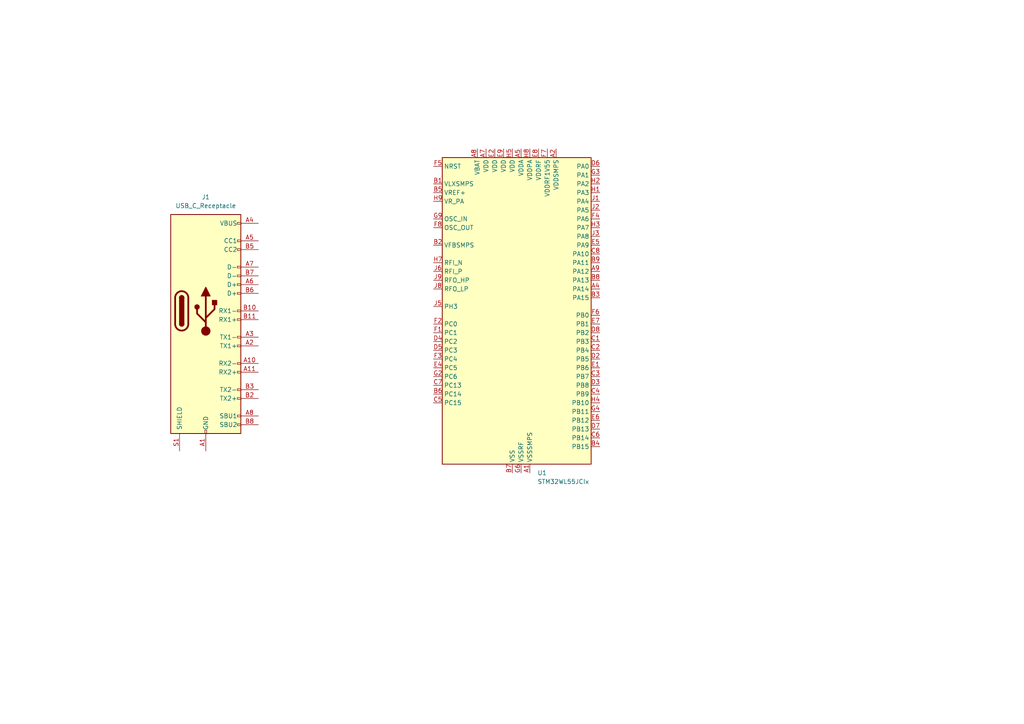
<source format=kicad_sch>
(kicad_sch (version 20231120) (generator "eeschema") (generator_version "8.0")
  (paper "A4")
  (lib_symbols
    (symbol "Connector:USB_C_Receptacle" (pin_names (offset 1.016))
      (property "Reference" "J" (at -10.16 29.21 0))
      (property "Value" "USB_C_Receptacle" (at 10.16 29.21 0))
      (symbol "USB_C_Receptacle_0_0"
        (rectangle (start -0.254 -35.56) (end 0.254 -34.544))
        (rectangle (start 10.16 -32.766) (end 9.144 -33.274))
        (rectangle (start 10.16 -30.226) (end 9.144 -30.734))
        (rectangle (start 10.16 -25.146) (end 9.144 -25.654))
        (rectangle (start 10.16 -22.606) (end 9.144 -23.114))
        (rectangle (start 10.16 -17.526) (end 9.144 -18.034))
        (rectangle (start 10.16 -14.986) (end 9.144 -15.494))
        (rectangle (start 10.16 -9.906) (end 9.144 -10.414))
        (rectangle (start 10.16 -7.366) (end 9.144 -7.874))
        (rectangle (start 10.16 -2.286) (end 9.144 -2.794))
        (rectangle (start 10.16 0.254) (end 9.144 -0.254))
        (rectangle (start 10.16 5.334) (end 9.144 4.826))
        (rectangle (start 10.16 7.874) (end 9.144 7.366))
        (rectangle (start 10.16 10.414) (end 9.144 9.906))
        (rectangle (start 10.16 12.954) (end 9.144 12.446))
        (rectangle (start 10.16 18.034) (end 9.144 17.526))
        (rectangle (start 10.16 20.574) (end 9.144 20.066))
        (rectangle (start 10.16 25.654) (end 9.144 25.146))
      )
      (symbol "USB_C_Receptacle_0_1"
        (rectangle (start -10.16 27.94) (end 10.16 -35.56) (stroke (width 0.254)) (fill (type background)))
        (arc (start -8.89 -3.81) (mid -6.985 -5.7067) (end -5.08 -3.81) (stroke (width 0.508)))
        (arc (start -7.62 -3.81) (mid -6.985 -4.4423) (end -6.35 -3.81) (stroke (width 0.254)))
        (arc (start -7.62 -3.81) (mid -6.985 -4.4423) (end -6.35 -3.81) (stroke (width 0.254)) (fill (type outline)))
        (rectangle (start -7.62 -3.81) (end -6.35 3.81) (stroke (width 0.254)) (fill (type outline)))
        (arc (start -6.35 3.81) (mid -6.985 4.4423) (end -7.62 3.81) (stroke (width 0.254)))
        (arc (start -6.35 3.81) (mid -6.985 4.4423) (end -7.62 3.81) (stroke (width 0.254)) (fill (type outline)))
        (arc (start -5.08 3.81) (mid -6.985 5.7067) (end -8.89 3.81) (stroke (width 0.508)))
        (polyline (pts (xy -8.89 -3.81) (xy -8.89 3.81)) (stroke (width 0.508)))
        (polyline (pts (xy -5.08 3.81) (xy -5.08 -3.81)) (stroke (width 0.508)))
      )
      (symbol "USB_C_Receptacle_1_1"
        (circle (center -2.54 1.143) (radius 0.635) (stroke (width 0.254)) (fill (type outline)))
        (circle (center 0 -5.842) (radius 1.27) (fill (type outline)))
        (polyline (pts (xy 0 -5.842) (xy 0 4.318)) (stroke (width 0.508)))
        (polyline (pts (xy 0 -3.302) (xy -2.54 -0.762) (xy -2.54 0.508)) (stroke (width 0.508)))
        (polyline (pts (xy 0 -2.032) (xy 2.54 0.508) (xy 2.54 1.778)) (stroke (width 0.508)))
        (polyline (pts (xy -1.27 4.318) (xy 0 6.858) (xy 1.27 4.318) (xy -1.27 4.318)) (stroke (width 0.254)) (fill (type outline)))
        (rectangle (start 1.905 1.778) (end 3.175 3.048) (stroke (width 0.254)) (fill (type outline)))
        (pin passive line (at 0 -40.64 90) (length 5.08) (name "GND") (number "A1"))
        (pin bidirectional line (at 15.24 -15.24 180) (length 5.08) (name "RX2-") (number "A10"))
        (pin bidirectional line (at 15.24 -17.78 180) (length 5.08) (name "RX2+") (number "A11"))
        (pin passive line (at 0 -40.64 90) (length 5.08) hide (name "GND") (number "A12"))
        (pin bidirectional line (at 15.24 -10.16 180) (length 5.08) (name "TX1+") (number "A2"))
        (pin bidirectional line (at 15.24 -7.62 180) (length 5.08) (name "TX1-") (number "A3"))
        (pin passive line (at 15.24 25.4 180) (length 5.08) (name "VBUS") (number "A4"))
        (pin bidirectional line (at 15.24 20.32 180) (length 5.08) (name "CC1") (number "A5"))
        (pin bidirectional line (at 15.24 7.62 180) (length 5.08) (name "D+") (number "A6"))
        (pin bidirectional line (at 15.24 12.7 180) (length 5.08) (name "D-") (number "A7"))
        (pin bidirectional line (at 15.24 -30.48 180) (length 5.08) (name "SBU1") (number "A8"))
        (pin passive line (at 15.24 25.4 180) (length 5.08) hide (name "VBUS") (number "A9"))
        (pin passive line (at 0 -40.64 90) (length 5.08) hide (name "GND") (number "B1"))
        (pin bidirectional line (at 15.24 0 180) (length 5.08) (name "RX1-") (number "B10"))
        (pin bidirectional line (at 15.24 -2.54 180) (length 5.08) (name "RX1+") (number "B11"))
        (pin passive line (at 0 -40.64 90) (length 5.08) hide (name "GND") (number "B12"))
        (pin bidirectional line (at 15.24 -25.4 180) (length 5.08) (name "TX2+") (number "B2"))
        (pin bidirectional line (at 15.24 -22.86 180) (length 5.08) (name "TX2-") (number "B3"))
        (pin passive line (at 15.24 25.4 180) (length 5.08) hide (name "VBUS") (number "B4"))
        (pin bidirectional line (at 15.24 17.78 180) (length 5.08) (name "CC2") (number "B5"))
        (pin bidirectional line (at 15.24 5.08 180) (length 5.08) (name "D+") (number "B6"))
        (pin bidirectional line (at 15.24 10.16 180) (length 5.08) (name "D-") (number "B7"))
        (pin bidirectional line (at 15.24 -33.02 180) (length 5.08) (name "SBU2") (number "B8"))
        (pin passive line (at 15.24 25.4 180) (length 5.08) hide (name "VBUS") (number "B9"))
        (pin passive line (at -7.62 -40.64 90) (length 5.08) (name "SHIELD") (number "S1"))
      )
    )
    (symbol "MCU_ST_STM32WL:STM32WL55JCIx"
      (property "Reference" "U" (at -20.32 46.99 0))
      (property "Value" "STM32WL55JCIx" (at 15.24 46.99 0))
      (symbol "STM32WL55JCIx_0_1"
        (rectangle (start -20.32 -43.18) (end 22.86 45.72) (stroke (width 0.254)) (fill (type background)))
      )
      (symbol "STM32WL55JCIx_1_1"
        (pin power_in line (at 5.08 -45.72 90) (length 2.54) (name "VSSSMPS") (number "A1"))
        (pin power_in line (at 12.7 48.26 270) (length 2.54) (name "VDDSMPS") (number "A2"))
        (pin bidirectional line (at 25.4 7.62 180) (length 2.54) (name "PA14") (number "A4"))
        (pin power_in line (at 2.54 48.26 270) (length 2.54) (name "VDDA") (number "A5"))
        (pin power_in line (at -7.62 48.26 270) (length 2.54) (name "VDD") (number "A7"))
        (pin power_in line (at -10.16 48.26 270) (length 2.54) (name "VBAT") (number "A8"))
        (pin bidirectional line (at 25.4 12.7 180) (length 2.54) (name "PA12") (number "A9"))
        (pin power_in line (at -22.86 38.1 0) (length 2.54) (name "VLXSMPS") (number "B1"))
        (pin input line (at -22.86 20.32 0) (length 2.54) (name "VFBSMPS") (number "B2"))
        (pin bidirectional line (at 25.4 5.08 180) (length 2.54) (name "PA15") (number "B3"))
        (pin bidirectional line (at 25.4 -38.1 180) (length 2.54) (name "PB15") (number "B4"))
        (pin input line (at -22.86 35.56 0) (length 2.54) (name "VREF+") (number "B5"))
        (pin bidirectional line (at -22.86 -22.86 0) (length 2.54) (name "PC14") (number "B6"))
        (pin power_in line (at 0 -45.72 90) (length 2.54) (name "VSS") (number "B7"))
        (pin bidirectional line (at 25.4 10.16 180) (length 2.54) (name "PA13") (number "B8"))
        (pin bidirectional line (at 25.4 15.24 180) (length 2.54) (name "PA11") (number "B9"))
        (pin bidirectional line (at 25.4 -7.62 180) (length 2.54) (name "PB3") (number "C1"))
        (pin bidirectional line (at 25.4 -10.16 180) (length 2.54) (name "PB4") (number "C2"))
        (pin bidirectional line (at 25.4 -17.78 180) (length 2.54) (name "PB7") (number "C3"))
        (pin bidirectional line (at 25.4 -22.86 180) (length 2.54) (name "PB9") (number "C4"))
        (pin bidirectional line (at -22.86 -25.4 0) (length 2.54) (name "PC15") (number "C5"))
        (pin bidirectional line (at 25.4 -35.56 180) (length 2.54) (name "PB14") (number "C6"))
        (pin bidirectional line (at -22.86 -20.32 0) (length 2.54) (name "PC13") (number "C7"))
        (pin bidirectional line (at 25.4 17.78 180) (length 2.54) (name "PA10") (number "C8"))
        (pin bidirectional line (at 25.4 -12.7 180) (length 2.54) (name "PB5") (number "D2"))
        (pin bidirectional line (at 25.4 -20.32 180) (length 2.54) (name "PB8") (number "D3"))
        (pin bidirectional line (at -22.86 -7.62 0) (length 2.54) (name "PC2") (number "D4"))
        (pin bidirectional line (at -22.86 -10.16 0) (length 2.54) (name "PC3") (number "D5"))
        (pin bidirectional line (at 25.4 43.18 180) (length 2.54) (name "PA0") (number "D6"))
        (pin bidirectional line (at 25.4 -33.02 180) (length 2.54) (name "PB13") (number "D7"))
        (pin bidirectional line (at 25.4 -5.08 180) (length 2.54) (name "PB2") (number "D8"))
        (pin passive line (at 0 -45.72 90) (length 2.54) hide (name "VSS") (number "D9"))
        (pin bidirectional line (at 25.4 -15.24 180) (length 2.54) (name "PB6") (number "E1"))
        (pin power_in line (at -5.08 48.26 270) (length 2.54) (name "VDD") (number "E2"))
        (pin passive line (at 0 -45.72 90) (length 2.54) hide (name "VSS") (number "E3"))
        (pin bidirectional line (at -22.86 -15.24 0) (length 2.54) (name "PC5") (number "E4"))
        (pin bidirectional line (at 25.4 20.32 180) (length 2.54) (name "PA9") (number "E5"))
        (pin bidirectional line (at 25.4 -30.48 180) (length 2.54) (name "PB12") (number "E6"))
        (pin bidirectional line (at 25.4 -2.54 180) (length 2.54) (name "PB1") (number "E7"))
        (pin power_in line (at 7.62 48.26 270) (length 2.54) (name "VDDRF") (number "E8"))
        (pin power_in line (at -2.54 48.26 270) (length 2.54) (name "VDD") (number "E9"))
        (pin bidirectional line (at -22.86 -5.08 0) (length 2.54) (name "PC1") (number "F1"))
        (pin bidirectional line (at -22.86 -2.54 0) (length 2.54) (name "PC0") (number "F2"))
        (pin bidirectional line (at -22.86 -12.7 0) (length 2.54) (name "PC4") (number "F3"))
        (pin bidirectional line (at 25.4 27.94 180) (length 2.54) (name "PA6") (number "F4"))
        (pin input line (at -22.86 43.18 0) (length 2.54) (name "NRST") (number "F5"))
        (pin bidirectional line (at 25.4 0 180) (length 2.54) (name "PB0") (number "F6"))
        (pin power_in line (at 10.16 48.26 270) (length 2.54) (name "VDDRF1V55") (number "F7"))
        (pin input line (at -22.86 25.4 0) (length 2.54) (name "OSC_OUT") (number "F8"))
        (pin bidirectional line (at -22.86 -17.78 0) (length 2.54) (name "PC6") (number "G2"))
        (pin bidirectional line (at 25.4 40.64 180) (length 2.54) (name "PA1") (number "G3"))
        (pin bidirectional line (at 25.4 -27.94 180) (length 2.54) (name "PB11") (number "G4"))
        (pin passive line (at 0 -45.72 90) (length 2.54) hide (name "VSS") (number "G5"))
        (pin power_in line (at 2.54 -45.72 90) (length 2.54) (name "VSSRF") (number "G6"))
        (pin passive line (at 2.54 -45.72 90) (length 2.54) hide (name "VSSRF") (number "G7"))
        (pin passive line (at 2.54 -45.72 90) (length 2.54) hide (name "VSSRF") (number "G8"))
        (pin input line (at -22.86 27.94 0) (length 2.54) (name "OSC_IN") (number "G9"))
        (pin bidirectional line (at 25.4 35.56 180) (length 2.54) (name "PA3") (number "H1"))
        (pin bidirectional line (at 25.4 38.1 180) (length 2.54) (name "PA2") (number "H2"))
        (pin bidirectional line (at 25.4 25.4 180) (length 2.54) (name "PA7") (number "H3"))
        (pin bidirectional line (at 25.4 -25.4 180) (length 2.54) (name "PB10") (number "H4"))
        (pin power_in line (at 0 48.26 270) (length 2.54) (name "VDD") (number "H5"))
        (pin passive line (at 2.54 -45.72 90) (length 2.54) hide (name "VSSRF") (number "H6"))
        (pin bidirectional line (at -22.86 15.24 0) (length 2.54) (name "RFI_N") (number "H7"))
        (pin power_in line (at 5.08 48.26 270) (length 2.54) (name "VDDPA") (number "H8"))
        (pin power_in line (at -22.86 33.02 0) (length 2.54) (name "VR_PA") (number "H9"))
        (pin bidirectional line (at 25.4 33.02 180) (length 2.54) (name "PA4") (number "J1"))
        (pin bidirectional line (at 25.4 30.48 180) (length 2.54) (name "PA5") (number "J2"))
        (pin bidirectional line (at 25.4 22.86 180) (length 2.54) (name "PA8") (number "J3"))
        (pin bidirectional line (at -22.86 2.54 0) (length 2.54) (name "PH3") (number "J5"))
        (pin bidirectional line (at -22.86 12.7 0) (length 2.54) (name "RFI_P") (number "J6"))
        (pin bidirectional line (at -22.86 7.62 0) (length 2.54) (name "RFO_LP") (number "J8"))
        (pin bidirectional line (at -22.86 10.16 0) (length 2.54) (name "RFO_HP") (number "J9"))
      )
    )
  )
  (symbol (lib_id "Connector:USB_C_Receptacle") (at 59.69 90.17 0) (unit 1)
    (property "Reference" "J1" (at 59.69 57.15 0))
    (property "Value" "USB_C_Receptacle" (at 59.69 59.69 0))
    (property "Footprint" "Connector_USB:USB_C_Receptacle_Amphenol_12401548E4-2A" (effects (hide yes)))
    (property "Datasheet" "https://www.usb.org/sites/default/files/documents/usb_type-c.zip" (effects (hide yes)))
    (property "Description" "USB Full-Featured Type-C Receptacle connector" (effects (hide yes)))
  )
  (symbol (lib_id "MCU_ST_STM32WL:STM32WL55JCIx") (at 148.59 91.44 0) (unit 1)
    (property "Reference" "U1" (at 155.8641 137.16 0) (effects (justify left)))
    (property "Value" "STM32WL55JCIx" (at 155.8641 139.7 0) (effects (justify left)))
    (property "Footprint" "Package_BGA:ST_UFBGA-73_5x5mm_Layout9x9_P0.5mm" (effects (hide yes)))
    (property "Datasheet" "https://www.st.com/resource/en/datasheet/stm32wl55jc.pdf" (effects (hide yes)))
    (property "Description" "STMicroelectronics Arm Cortex-M4 MCU, 256KB flash, 64KB RAM, 48 MHz, 1.8-3.6V, 43 GPIO, UFBGA73" (effects (hide yes)))
  )
)
</source>
